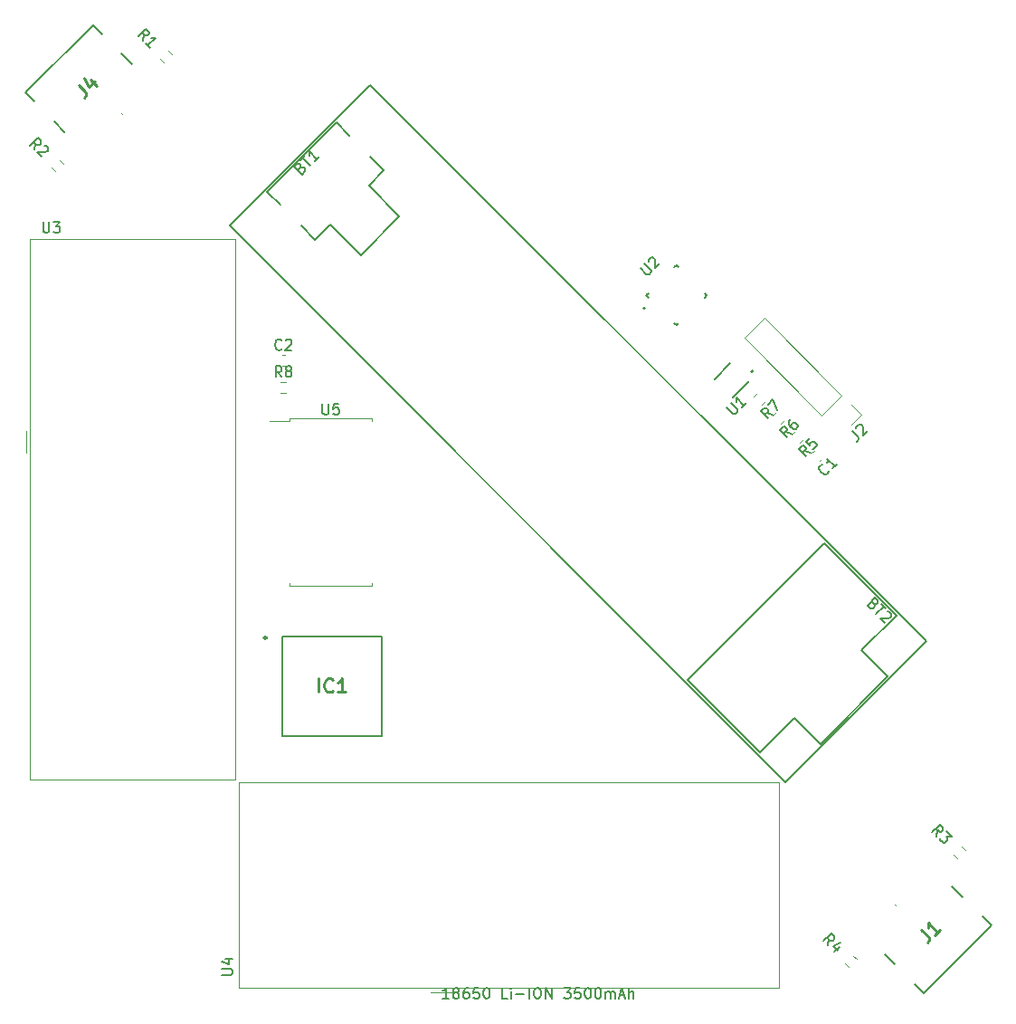
<source format=gbr>
%TF.GenerationSoftware,KiCad,Pcbnew,7.0.10*%
%TF.CreationDate,2025-06-24T15:40:27+02:00*%
%TF.ProjectId,BQ2xxxx,42513278-7878-4782-9e6b-696361645f70,rev?*%
%TF.SameCoordinates,Original*%
%TF.FileFunction,Legend,Top*%
%TF.FilePolarity,Positive*%
%FSLAX46Y46*%
G04 Gerber Fmt 4.6, Leading zero omitted, Abs format (unit mm)*
G04 Created by KiCad (PCBNEW 7.0.10) date 2025-06-24 15:40:27*
%MOMM*%
%LPD*%
G01*
G04 APERTURE LIST*
%ADD10C,0.150000*%
%ADD11C,0.200000*%
%ADD12C,0.254000*%
%ADD13C,0.120000*%
%ADD14C,0.250000*%
%ADD15C,0.127000*%
%ADD16C,0.100000*%
G04 APERTURE END LIST*
D10*
X103975159Y-77275159D02*
X90822973Y-90427345D01*
X38779914Y-38384286D01*
X51932100Y-25232100D01*
X103975159Y-77275159D01*
D11*
X59318482Y-110667219D02*
X58747054Y-110667219D01*
X59032768Y-110667219D02*
X59032768Y-109667219D01*
X59032768Y-109667219D02*
X58937530Y-109810076D01*
X58937530Y-109810076D02*
X58842292Y-109905314D01*
X58842292Y-109905314D02*
X58747054Y-109952933D01*
X59889911Y-110095790D02*
X59794673Y-110048171D01*
X59794673Y-110048171D02*
X59747054Y-110000552D01*
X59747054Y-110000552D02*
X59699435Y-109905314D01*
X59699435Y-109905314D02*
X59699435Y-109857695D01*
X59699435Y-109857695D02*
X59747054Y-109762457D01*
X59747054Y-109762457D02*
X59794673Y-109714838D01*
X59794673Y-109714838D02*
X59889911Y-109667219D01*
X59889911Y-109667219D02*
X60080387Y-109667219D01*
X60080387Y-109667219D02*
X60175625Y-109714838D01*
X60175625Y-109714838D02*
X60223244Y-109762457D01*
X60223244Y-109762457D02*
X60270863Y-109857695D01*
X60270863Y-109857695D02*
X60270863Y-109905314D01*
X60270863Y-109905314D02*
X60223244Y-110000552D01*
X60223244Y-110000552D02*
X60175625Y-110048171D01*
X60175625Y-110048171D02*
X60080387Y-110095790D01*
X60080387Y-110095790D02*
X59889911Y-110095790D01*
X59889911Y-110095790D02*
X59794673Y-110143409D01*
X59794673Y-110143409D02*
X59747054Y-110191028D01*
X59747054Y-110191028D02*
X59699435Y-110286266D01*
X59699435Y-110286266D02*
X59699435Y-110476742D01*
X59699435Y-110476742D02*
X59747054Y-110571980D01*
X59747054Y-110571980D02*
X59794673Y-110619600D01*
X59794673Y-110619600D02*
X59889911Y-110667219D01*
X59889911Y-110667219D02*
X60080387Y-110667219D01*
X60080387Y-110667219D02*
X60175625Y-110619600D01*
X60175625Y-110619600D02*
X60223244Y-110571980D01*
X60223244Y-110571980D02*
X60270863Y-110476742D01*
X60270863Y-110476742D02*
X60270863Y-110286266D01*
X60270863Y-110286266D02*
X60223244Y-110191028D01*
X60223244Y-110191028D02*
X60175625Y-110143409D01*
X60175625Y-110143409D02*
X60080387Y-110095790D01*
X61128006Y-109667219D02*
X60937530Y-109667219D01*
X60937530Y-109667219D02*
X60842292Y-109714838D01*
X60842292Y-109714838D02*
X60794673Y-109762457D01*
X60794673Y-109762457D02*
X60699435Y-109905314D01*
X60699435Y-109905314D02*
X60651816Y-110095790D01*
X60651816Y-110095790D02*
X60651816Y-110476742D01*
X60651816Y-110476742D02*
X60699435Y-110571980D01*
X60699435Y-110571980D02*
X60747054Y-110619600D01*
X60747054Y-110619600D02*
X60842292Y-110667219D01*
X60842292Y-110667219D02*
X61032768Y-110667219D01*
X61032768Y-110667219D02*
X61128006Y-110619600D01*
X61128006Y-110619600D02*
X61175625Y-110571980D01*
X61175625Y-110571980D02*
X61223244Y-110476742D01*
X61223244Y-110476742D02*
X61223244Y-110238647D01*
X61223244Y-110238647D02*
X61175625Y-110143409D01*
X61175625Y-110143409D02*
X61128006Y-110095790D01*
X61128006Y-110095790D02*
X61032768Y-110048171D01*
X61032768Y-110048171D02*
X60842292Y-110048171D01*
X60842292Y-110048171D02*
X60747054Y-110095790D01*
X60747054Y-110095790D02*
X60699435Y-110143409D01*
X60699435Y-110143409D02*
X60651816Y-110238647D01*
X62128006Y-109667219D02*
X61651816Y-109667219D01*
X61651816Y-109667219D02*
X61604197Y-110143409D01*
X61604197Y-110143409D02*
X61651816Y-110095790D01*
X61651816Y-110095790D02*
X61747054Y-110048171D01*
X61747054Y-110048171D02*
X61985149Y-110048171D01*
X61985149Y-110048171D02*
X62080387Y-110095790D01*
X62080387Y-110095790D02*
X62128006Y-110143409D01*
X62128006Y-110143409D02*
X62175625Y-110238647D01*
X62175625Y-110238647D02*
X62175625Y-110476742D01*
X62175625Y-110476742D02*
X62128006Y-110571980D01*
X62128006Y-110571980D02*
X62080387Y-110619600D01*
X62080387Y-110619600D02*
X61985149Y-110667219D01*
X61985149Y-110667219D02*
X61747054Y-110667219D01*
X61747054Y-110667219D02*
X61651816Y-110619600D01*
X61651816Y-110619600D02*
X61604197Y-110571980D01*
X62794673Y-109667219D02*
X62889911Y-109667219D01*
X62889911Y-109667219D02*
X62985149Y-109714838D01*
X62985149Y-109714838D02*
X63032768Y-109762457D01*
X63032768Y-109762457D02*
X63080387Y-109857695D01*
X63080387Y-109857695D02*
X63128006Y-110048171D01*
X63128006Y-110048171D02*
X63128006Y-110286266D01*
X63128006Y-110286266D02*
X63080387Y-110476742D01*
X63080387Y-110476742D02*
X63032768Y-110571980D01*
X63032768Y-110571980D02*
X62985149Y-110619600D01*
X62985149Y-110619600D02*
X62889911Y-110667219D01*
X62889911Y-110667219D02*
X62794673Y-110667219D01*
X62794673Y-110667219D02*
X62699435Y-110619600D01*
X62699435Y-110619600D02*
X62651816Y-110571980D01*
X62651816Y-110571980D02*
X62604197Y-110476742D01*
X62604197Y-110476742D02*
X62556578Y-110286266D01*
X62556578Y-110286266D02*
X62556578Y-110048171D01*
X62556578Y-110048171D02*
X62604197Y-109857695D01*
X62604197Y-109857695D02*
X62651816Y-109762457D01*
X62651816Y-109762457D02*
X62699435Y-109714838D01*
X62699435Y-109714838D02*
X62794673Y-109667219D01*
X64794673Y-110667219D02*
X64318483Y-110667219D01*
X64318483Y-110667219D02*
X64318483Y-109667219D01*
X65128007Y-110667219D02*
X65128007Y-110000552D01*
X65128007Y-109667219D02*
X65080388Y-109714838D01*
X65080388Y-109714838D02*
X65128007Y-109762457D01*
X65128007Y-109762457D02*
X65175626Y-109714838D01*
X65175626Y-109714838D02*
X65128007Y-109667219D01*
X65128007Y-109667219D02*
X65128007Y-109762457D01*
X65604197Y-110286266D02*
X66366102Y-110286266D01*
X66842292Y-110667219D02*
X66842292Y-109667219D01*
X67508958Y-109667219D02*
X67699434Y-109667219D01*
X67699434Y-109667219D02*
X67794672Y-109714838D01*
X67794672Y-109714838D02*
X67889910Y-109810076D01*
X67889910Y-109810076D02*
X67937529Y-110000552D01*
X67937529Y-110000552D02*
X67937529Y-110333885D01*
X67937529Y-110333885D02*
X67889910Y-110524361D01*
X67889910Y-110524361D02*
X67794672Y-110619600D01*
X67794672Y-110619600D02*
X67699434Y-110667219D01*
X67699434Y-110667219D02*
X67508958Y-110667219D01*
X67508958Y-110667219D02*
X67413720Y-110619600D01*
X67413720Y-110619600D02*
X67318482Y-110524361D01*
X67318482Y-110524361D02*
X67270863Y-110333885D01*
X67270863Y-110333885D02*
X67270863Y-110000552D01*
X67270863Y-110000552D02*
X67318482Y-109810076D01*
X67318482Y-109810076D02*
X67413720Y-109714838D01*
X67413720Y-109714838D02*
X67508958Y-109667219D01*
X68366101Y-110667219D02*
X68366101Y-109667219D01*
X68366101Y-109667219D02*
X68937529Y-110667219D01*
X68937529Y-110667219D02*
X68937529Y-109667219D01*
X70080387Y-109667219D02*
X70699434Y-109667219D01*
X70699434Y-109667219D02*
X70366101Y-110048171D01*
X70366101Y-110048171D02*
X70508958Y-110048171D01*
X70508958Y-110048171D02*
X70604196Y-110095790D01*
X70604196Y-110095790D02*
X70651815Y-110143409D01*
X70651815Y-110143409D02*
X70699434Y-110238647D01*
X70699434Y-110238647D02*
X70699434Y-110476742D01*
X70699434Y-110476742D02*
X70651815Y-110571980D01*
X70651815Y-110571980D02*
X70604196Y-110619600D01*
X70604196Y-110619600D02*
X70508958Y-110667219D01*
X70508958Y-110667219D02*
X70223244Y-110667219D01*
X70223244Y-110667219D02*
X70128006Y-110619600D01*
X70128006Y-110619600D02*
X70080387Y-110571980D01*
X71604196Y-109667219D02*
X71128006Y-109667219D01*
X71128006Y-109667219D02*
X71080387Y-110143409D01*
X71080387Y-110143409D02*
X71128006Y-110095790D01*
X71128006Y-110095790D02*
X71223244Y-110048171D01*
X71223244Y-110048171D02*
X71461339Y-110048171D01*
X71461339Y-110048171D02*
X71556577Y-110095790D01*
X71556577Y-110095790D02*
X71604196Y-110143409D01*
X71604196Y-110143409D02*
X71651815Y-110238647D01*
X71651815Y-110238647D02*
X71651815Y-110476742D01*
X71651815Y-110476742D02*
X71604196Y-110571980D01*
X71604196Y-110571980D02*
X71556577Y-110619600D01*
X71556577Y-110619600D02*
X71461339Y-110667219D01*
X71461339Y-110667219D02*
X71223244Y-110667219D01*
X71223244Y-110667219D02*
X71128006Y-110619600D01*
X71128006Y-110619600D02*
X71080387Y-110571980D01*
X72270863Y-109667219D02*
X72366101Y-109667219D01*
X72366101Y-109667219D02*
X72461339Y-109714838D01*
X72461339Y-109714838D02*
X72508958Y-109762457D01*
X72508958Y-109762457D02*
X72556577Y-109857695D01*
X72556577Y-109857695D02*
X72604196Y-110048171D01*
X72604196Y-110048171D02*
X72604196Y-110286266D01*
X72604196Y-110286266D02*
X72556577Y-110476742D01*
X72556577Y-110476742D02*
X72508958Y-110571980D01*
X72508958Y-110571980D02*
X72461339Y-110619600D01*
X72461339Y-110619600D02*
X72366101Y-110667219D01*
X72366101Y-110667219D02*
X72270863Y-110667219D01*
X72270863Y-110667219D02*
X72175625Y-110619600D01*
X72175625Y-110619600D02*
X72128006Y-110571980D01*
X72128006Y-110571980D02*
X72080387Y-110476742D01*
X72080387Y-110476742D02*
X72032768Y-110286266D01*
X72032768Y-110286266D02*
X72032768Y-110048171D01*
X72032768Y-110048171D02*
X72080387Y-109857695D01*
X72080387Y-109857695D02*
X72128006Y-109762457D01*
X72128006Y-109762457D02*
X72175625Y-109714838D01*
X72175625Y-109714838D02*
X72270863Y-109667219D01*
X73223244Y-109667219D02*
X73318482Y-109667219D01*
X73318482Y-109667219D02*
X73413720Y-109714838D01*
X73413720Y-109714838D02*
X73461339Y-109762457D01*
X73461339Y-109762457D02*
X73508958Y-109857695D01*
X73508958Y-109857695D02*
X73556577Y-110048171D01*
X73556577Y-110048171D02*
X73556577Y-110286266D01*
X73556577Y-110286266D02*
X73508958Y-110476742D01*
X73508958Y-110476742D02*
X73461339Y-110571980D01*
X73461339Y-110571980D02*
X73413720Y-110619600D01*
X73413720Y-110619600D02*
X73318482Y-110667219D01*
X73318482Y-110667219D02*
X73223244Y-110667219D01*
X73223244Y-110667219D02*
X73128006Y-110619600D01*
X73128006Y-110619600D02*
X73080387Y-110571980D01*
X73080387Y-110571980D02*
X73032768Y-110476742D01*
X73032768Y-110476742D02*
X72985149Y-110286266D01*
X72985149Y-110286266D02*
X72985149Y-110048171D01*
X72985149Y-110048171D02*
X73032768Y-109857695D01*
X73032768Y-109857695D02*
X73080387Y-109762457D01*
X73080387Y-109762457D02*
X73128006Y-109714838D01*
X73128006Y-109714838D02*
X73223244Y-109667219D01*
X73985149Y-110667219D02*
X73985149Y-110000552D01*
X73985149Y-110095790D02*
X74032768Y-110048171D01*
X74032768Y-110048171D02*
X74128006Y-110000552D01*
X74128006Y-110000552D02*
X74270863Y-110000552D01*
X74270863Y-110000552D02*
X74366101Y-110048171D01*
X74366101Y-110048171D02*
X74413720Y-110143409D01*
X74413720Y-110143409D02*
X74413720Y-110667219D01*
X74413720Y-110143409D02*
X74461339Y-110048171D01*
X74461339Y-110048171D02*
X74556577Y-110000552D01*
X74556577Y-110000552D02*
X74699434Y-110000552D01*
X74699434Y-110000552D02*
X74794673Y-110048171D01*
X74794673Y-110048171D02*
X74842292Y-110143409D01*
X74842292Y-110143409D02*
X74842292Y-110667219D01*
X75270863Y-110381504D02*
X75747053Y-110381504D01*
X75175625Y-110667219D02*
X75508958Y-109667219D01*
X75508958Y-109667219D02*
X75842291Y-110667219D01*
X76175625Y-110667219D02*
X76175625Y-109667219D01*
X76604196Y-110667219D02*
X76604196Y-110143409D01*
X76604196Y-110143409D02*
X76556577Y-110048171D01*
X76556577Y-110048171D02*
X76461339Y-110000552D01*
X76461339Y-110000552D02*
X76318482Y-110000552D01*
X76318482Y-110000552D02*
X76223244Y-110048171D01*
X76223244Y-110048171D02*
X76175625Y-110095790D01*
D10*
X104957973Y-95518846D02*
X105058988Y-94946427D01*
X104553912Y-95114785D02*
X105261019Y-94407679D01*
X105261019Y-94407679D02*
X105530393Y-94677053D01*
X105530393Y-94677053D02*
X105564065Y-94778068D01*
X105564065Y-94778068D02*
X105564065Y-94845411D01*
X105564065Y-94845411D02*
X105530393Y-94946427D01*
X105530393Y-94946427D02*
X105429378Y-95047442D01*
X105429378Y-95047442D02*
X105328362Y-95081114D01*
X105328362Y-95081114D02*
X105261019Y-95081114D01*
X105261019Y-95081114D02*
X105160004Y-95047442D01*
X105160004Y-95047442D02*
X104890630Y-94778068D01*
X105900782Y-95047442D02*
X106338515Y-95485175D01*
X106338515Y-95485175D02*
X105833439Y-95518846D01*
X105833439Y-95518846D02*
X105934454Y-95619862D01*
X105934454Y-95619862D02*
X105968126Y-95720877D01*
X105968126Y-95720877D02*
X105968126Y-95788220D01*
X105968126Y-95788220D02*
X105934454Y-95889236D01*
X105934454Y-95889236D02*
X105766095Y-96057594D01*
X105766095Y-96057594D02*
X105665080Y-96091266D01*
X105665080Y-96091266D02*
X105597736Y-96091266D01*
X105597736Y-96091266D02*
X105496721Y-96057594D01*
X105496721Y-96057594D02*
X105294691Y-95855564D01*
X105294691Y-95855564D02*
X105261019Y-95754549D01*
X105261019Y-95754549D02*
X105261019Y-95687205D01*
X94775635Y-105701184D02*
X94876650Y-105128765D01*
X94371574Y-105297123D02*
X95078681Y-104590017D01*
X95078681Y-104590017D02*
X95348055Y-104859391D01*
X95348055Y-104859391D02*
X95381727Y-104960406D01*
X95381727Y-104960406D02*
X95381727Y-105027749D01*
X95381727Y-105027749D02*
X95348055Y-105128765D01*
X95348055Y-105128765D02*
X95247040Y-105229780D01*
X95247040Y-105229780D02*
X95146024Y-105263452D01*
X95146024Y-105263452D02*
X95078681Y-105263452D01*
X95078681Y-105263452D02*
X94977666Y-105229780D01*
X94977666Y-105229780D02*
X94708292Y-104960406D01*
X95853131Y-105835871D02*
X95381727Y-106307276D01*
X95954146Y-105398139D02*
X95280711Y-105734856D01*
X95280711Y-105734856D02*
X95718444Y-106172589D01*
X38054819Y-108461904D02*
X38864342Y-108461904D01*
X38864342Y-108461904D02*
X38959580Y-108414285D01*
X38959580Y-108414285D02*
X39007200Y-108366666D01*
X39007200Y-108366666D02*
X39054819Y-108271428D01*
X39054819Y-108271428D02*
X39054819Y-108080952D01*
X39054819Y-108080952D02*
X39007200Y-107985714D01*
X39007200Y-107985714D02*
X38959580Y-107938095D01*
X38959580Y-107938095D02*
X38864342Y-107890476D01*
X38864342Y-107890476D02*
X38054819Y-107890476D01*
X38388152Y-106985714D02*
X39054819Y-106985714D01*
X38007200Y-107223809D02*
X38721485Y-107461904D01*
X38721485Y-107461904D02*
X38721485Y-106842857D01*
X94875695Y-61299300D02*
X94875695Y-61366644D01*
X94875695Y-61366644D02*
X94808351Y-61501331D01*
X94808351Y-61501331D02*
X94741008Y-61568674D01*
X94741008Y-61568674D02*
X94606321Y-61636018D01*
X94606321Y-61636018D02*
X94471634Y-61636018D01*
X94471634Y-61636018D02*
X94370619Y-61602346D01*
X94370619Y-61602346D02*
X94202260Y-61501331D01*
X94202260Y-61501331D02*
X94101245Y-61400316D01*
X94101245Y-61400316D02*
X94000229Y-61231957D01*
X94000229Y-61231957D02*
X93966558Y-61130942D01*
X93966558Y-61130942D02*
X93966558Y-60996255D01*
X93966558Y-60996255D02*
X94033901Y-60861568D01*
X94033901Y-60861568D02*
X94101245Y-60794224D01*
X94101245Y-60794224D02*
X94235932Y-60726881D01*
X94235932Y-60726881D02*
X94303275Y-60726881D01*
X95616473Y-60693209D02*
X95212412Y-61097270D01*
X95414443Y-60895239D02*
X94707336Y-60188133D01*
X94707336Y-60188133D02*
X94741008Y-60356491D01*
X94741008Y-60356491D02*
X94741008Y-60491178D01*
X94741008Y-60491178D02*
X94707336Y-60592194D01*
D12*
X47110237Y-82012318D02*
X47110237Y-80742318D01*
X48440714Y-81891365D02*
X48380238Y-81951842D01*
X48380238Y-81951842D02*
X48198809Y-82012318D01*
X48198809Y-82012318D02*
X48077857Y-82012318D01*
X48077857Y-82012318D02*
X47896428Y-81951842D01*
X47896428Y-81951842D02*
X47775476Y-81830889D01*
X47775476Y-81830889D02*
X47714999Y-81709937D01*
X47714999Y-81709937D02*
X47654523Y-81468032D01*
X47654523Y-81468032D02*
X47654523Y-81286603D01*
X47654523Y-81286603D02*
X47714999Y-81044699D01*
X47714999Y-81044699D02*
X47775476Y-80923746D01*
X47775476Y-80923746D02*
X47896428Y-80802794D01*
X47896428Y-80802794D02*
X48077857Y-80742318D01*
X48077857Y-80742318D02*
X48198809Y-80742318D01*
X48198809Y-80742318D02*
X48380238Y-80802794D01*
X48380238Y-80802794D02*
X48440714Y-80863270D01*
X49650238Y-82012318D02*
X48924523Y-82012318D01*
X49287380Y-82012318D02*
X49287380Y-80742318D01*
X49287380Y-80742318D02*
X49166428Y-80923746D01*
X49166428Y-80923746D02*
X49045476Y-81044699D01*
X49045476Y-81044699D02*
X48924523Y-81105175D01*
D10*
X77215018Y-42359169D02*
X77787438Y-42931589D01*
X77787438Y-42931589D02*
X77888453Y-42965261D01*
X77888453Y-42965261D02*
X77955797Y-42965261D01*
X77955797Y-42965261D02*
X78056812Y-42931589D01*
X78056812Y-42931589D02*
X78191499Y-42796902D01*
X78191499Y-42796902D02*
X78225171Y-42695887D01*
X78225171Y-42695887D02*
X78225171Y-42628543D01*
X78225171Y-42628543D02*
X78191499Y-42527528D01*
X78191499Y-42527528D02*
X77619079Y-41955108D01*
X77989469Y-41719406D02*
X77989469Y-41652063D01*
X77989469Y-41652063D02*
X78023140Y-41551047D01*
X78023140Y-41551047D02*
X78191499Y-41382689D01*
X78191499Y-41382689D02*
X78292514Y-41349017D01*
X78292514Y-41349017D02*
X78359858Y-41349017D01*
X78359858Y-41349017D02*
X78460873Y-41382689D01*
X78460873Y-41382689D02*
X78528217Y-41450032D01*
X78528217Y-41450032D02*
X78595560Y-41584719D01*
X78595560Y-41584719D02*
X78595560Y-42392841D01*
X78595560Y-42392841D02*
X79033293Y-41955108D01*
X91393362Y-57816968D02*
X90820943Y-57715953D01*
X90989301Y-58221029D02*
X90282195Y-57513922D01*
X90282195Y-57513922D02*
X90551569Y-57244548D01*
X90551569Y-57244548D02*
X90652584Y-57210876D01*
X90652584Y-57210876D02*
X90719927Y-57210876D01*
X90719927Y-57210876D02*
X90820943Y-57244548D01*
X90820943Y-57244548D02*
X90921958Y-57345563D01*
X90921958Y-57345563D02*
X90955630Y-57446579D01*
X90955630Y-57446579D02*
X90955630Y-57513922D01*
X90955630Y-57513922D02*
X90921958Y-57614937D01*
X90921958Y-57614937D02*
X90652584Y-57884311D01*
X91292347Y-56503770D02*
X91157660Y-56638457D01*
X91157660Y-56638457D02*
X91123988Y-56739472D01*
X91123988Y-56739472D02*
X91123988Y-56806815D01*
X91123988Y-56806815D02*
X91157660Y-56975174D01*
X91157660Y-56975174D02*
X91258675Y-57143533D01*
X91258675Y-57143533D02*
X91528049Y-57412907D01*
X91528049Y-57412907D02*
X91629065Y-57446579D01*
X91629065Y-57446579D02*
X91696408Y-57446579D01*
X91696408Y-57446579D02*
X91797423Y-57412907D01*
X91797423Y-57412907D02*
X91932110Y-57278220D01*
X91932110Y-57278220D02*
X91965782Y-57177205D01*
X91965782Y-57177205D02*
X91965782Y-57109861D01*
X91965782Y-57109861D02*
X91932110Y-57008846D01*
X91932110Y-57008846D02*
X91763752Y-56840487D01*
X91763752Y-56840487D02*
X91662736Y-56806815D01*
X91662736Y-56806815D02*
X91595393Y-56806815D01*
X91595393Y-56806815D02*
X91494378Y-56840487D01*
X91494378Y-56840487D02*
X91359691Y-56975174D01*
X91359691Y-56975174D02*
X91326019Y-57076189D01*
X91326019Y-57076189D02*
X91326019Y-57143533D01*
X91326019Y-57143533D02*
X91359691Y-57244548D01*
X21338095Y-38054819D02*
X21338095Y-38864342D01*
X21338095Y-38864342D02*
X21385714Y-38959580D01*
X21385714Y-38959580D02*
X21433333Y-39007200D01*
X21433333Y-39007200D02*
X21528571Y-39054819D01*
X21528571Y-39054819D02*
X21719047Y-39054819D01*
X21719047Y-39054819D02*
X21814285Y-39007200D01*
X21814285Y-39007200D02*
X21861904Y-38959580D01*
X21861904Y-38959580D02*
X21909523Y-38864342D01*
X21909523Y-38864342D02*
X21909523Y-38054819D01*
X22290476Y-38054819D02*
X22909523Y-38054819D01*
X22909523Y-38054819D02*
X22576190Y-38435771D01*
X22576190Y-38435771D02*
X22719047Y-38435771D01*
X22719047Y-38435771D02*
X22814285Y-38483390D01*
X22814285Y-38483390D02*
X22861904Y-38531009D01*
X22861904Y-38531009D02*
X22909523Y-38626247D01*
X22909523Y-38626247D02*
X22909523Y-38864342D01*
X22909523Y-38864342D02*
X22861904Y-38959580D01*
X22861904Y-38959580D02*
X22814285Y-39007200D01*
X22814285Y-39007200D02*
X22719047Y-39054819D01*
X22719047Y-39054819D02*
X22433333Y-39054819D01*
X22433333Y-39054819D02*
X22338095Y-39007200D01*
X22338095Y-39007200D02*
X22290476Y-38959580D01*
X43658333Y-52534819D02*
X43325000Y-52058628D01*
X43086905Y-52534819D02*
X43086905Y-51534819D01*
X43086905Y-51534819D02*
X43467857Y-51534819D01*
X43467857Y-51534819D02*
X43563095Y-51582438D01*
X43563095Y-51582438D02*
X43610714Y-51630057D01*
X43610714Y-51630057D02*
X43658333Y-51725295D01*
X43658333Y-51725295D02*
X43658333Y-51868152D01*
X43658333Y-51868152D02*
X43610714Y-51963390D01*
X43610714Y-51963390D02*
X43563095Y-52011009D01*
X43563095Y-52011009D02*
X43467857Y-52058628D01*
X43467857Y-52058628D02*
X43086905Y-52058628D01*
X44229762Y-51963390D02*
X44134524Y-51915771D01*
X44134524Y-51915771D02*
X44086905Y-51868152D01*
X44086905Y-51868152D02*
X44039286Y-51772914D01*
X44039286Y-51772914D02*
X44039286Y-51725295D01*
X44039286Y-51725295D02*
X44086905Y-51630057D01*
X44086905Y-51630057D02*
X44134524Y-51582438D01*
X44134524Y-51582438D02*
X44229762Y-51534819D01*
X44229762Y-51534819D02*
X44420238Y-51534819D01*
X44420238Y-51534819D02*
X44515476Y-51582438D01*
X44515476Y-51582438D02*
X44563095Y-51630057D01*
X44563095Y-51630057D02*
X44610714Y-51725295D01*
X44610714Y-51725295D02*
X44610714Y-51772914D01*
X44610714Y-51772914D02*
X44563095Y-51868152D01*
X44563095Y-51868152D02*
X44515476Y-51915771D01*
X44515476Y-51915771D02*
X44420238Y-51963390D01*
X44420238Y-51963390D02*
X44229762Y-51963390D01*
X44229762Y-51963390D02*
X44134524Y-52011009D01*
X44134524Y-52011009D02*
X44086905Y-52058628D01*
X44086905Y-52058628D02*
X44039286Y-52153866D01*
X44039286Y-52153866D02*
X44039286Y-52344342D01*
X44039286Y-52344342D02*
X44086905Y-52439580D01*
X44086905Y-52439580D02*
X44134524Y-52487200D01*
X44134524Y-52487200D02*
X44229762Y-52534819D01*
X44229762Y-52534819D02*
X44420238Y-52534819D01*
X44420238Y-52534819D02*
X44515476Y-52487200D01*
X44515476Y-52487200D02*
X44563095Y-52439580D01*
X44563095Y-52439580D02*
X44610714Y-52344342D01*
X44610714Y-52344342D02*
X44610714Y-52153866D01*
X44610714Y-52153866D02*
X44563095Y-52058628D01*
X44563095Y-52058628D02*
X44515476Y-52011009D01*
X44515476Y-52011009D02*
X44420238Y-51963390D01*
X43658333Y-49929580D02*
X43610714Y-49977200D01*
X43610714Y-49977200D02*
X43467857Y-50024819D01*
X43467857Y-50024819D02*
X43372619Y-50024819D01*
X43372619Y-50024819D02*
X43229762Y-49977200D01*
X43229762Y-49977200D02*
X43134524Y-49881961D01*
X43134524Y-49881961D02*
X43086905Y-49786723D01*
X43086905Y-49786723D02*
X43039286Y-49596247D01*
X43039286Y-49596247D02*
X43039286Y-49453390D01*
X43039286Y-49453390D02*
X43086905Y-49262914D01*
X43086905Y-49262914D02*
X43134524Y-49167676D01*
X43134524Y-49167676D02*
X43229762Y-49072438D01*
X43229762Y-49072438D02*
X43372619Y-49024819D01*
X43372619Y-49024819D02*
X43467857Y-49024819D01*
X43467857Y-49024819D02*
X43610714Y-49072438D01*
X43610714Y-49072438D02*
X43658333Y-49120057D01*
X44039286Y-49120057D02*
X44086905Y-49072438D01*
X44086905Y-49072438D02*
X44182143Y-49024819D01*
X44182143Y-49024819D02*
X44420238Y-49024819D01*
X44420238Y-49024819D02*
X44515476Y-49072438D01*
X44515476Y-49072438D02*
X44563095Y-49120057D01*
X44563095Y-49120057D02*
X44610714Y-49215295D01*
X44610714Y-49215295D02*
X44610714Y-49310533D01*
X44610714Y-49310533D02*
X44563095Y-49453390D01*
X44563095Y-49453390D02*
X43991667Y-50024819D01*
X43991667Y-50024819D02*
X44610714Y-50024819D01*
X89618524Y-56042130D02*
X89046105Y-55941115D01*
X89214463Y-56446191D02*
X88507357Y-55739084D01*
X88507357Y-55739084D02*
X88776731Y-55469710D01*
X88776731Y-55469710D02*
X88877746Y-55436038D01*
X88877746Y-55436038D02*
X88945089Y-55436038D01*
X88945089Y-55436038D02*
X89046105Y-55469710D01*
X89046105Y-55469710D02*
X89147120Y-55570725D01*
X89147120Y-55570725D02*
X89180792Y-55671741D01*
X89180792Y-55671741D02*
X89180792Y-55739084D01*
X89180792Y-55739084D02*
X89147120Y-55840099D01*
X89147120Y-55840099D02*
X88877746Y-56109473D01*
X89147120Y-55099321D02*
X89618524Y-54627916D01*
X89618524Y-54627916D02*
X90022585Y-55638069D01*
X99084296Y-73771654D02*
X99151640Y-73906341D01*
X99151640Y-73906341D02*
X99151640Y-73973684D01*
X99151640Y-73973684D02*
X99117968Y-74074700D01*
X99117968Y-74074700D02*
X99016953Y-74175715D01*
X99016953Y-74175715D02*
X98915937Y-74209387D01*
X98915937Y-74209387D02*
X98848594Y-74209387D01*
X98848594Y-74209387D02*
X98747579Y-74175715D01*
X98747579Y-74175715D02*
X98478205Y-73906341D01*
X98478205Y-73906341D02*
X99185311Y-73199234D01*
X99185311Y-73199234D02*
X99421014Y-73434936D01*
X99421014Y-73434936D02*
X99454685Y-73535952D01*
X99454685Y-73535952D02*
X99454685Y-73603295D01*
X99454685Y-73603295D02*
X99421014Y-73704310D01*
X99421014Y-73704310D02*
X99353670Y-73771654D01*
X99353670Y-73771654D02*
X99252655Y-73805326D01*
X99252655Y-73805326D02*
X99185311Y-73805326D01*
X99185311Y-73805326D02*
X99084296Y-73771654D01*
X99084296Y-73771654D02*
X98848594Y-73535952D01*
X99791403Y-73805326D02*
X100195464Y-74209387D01*
X99286327Y-74714463D02*
X99993433Y-74007356D01*
X100330151Y-74478761D02*
X100397495Y-74478761D01*
X100397495Y-74478761D02*
X100498510Y-74512433D01*
X100498510Y-74512433D02*
X100666869Y-74680791D01*
X100666869Y-74680791D02*
X100700540Y-74781807D01*
X100700540Y-74781807D02*
X100700540Y-74849150D01*
X100700540Y-74849150D02*
X100666869Y-74950165D01*
X100666869Y-74950165D02*
X100599525Y-75017509D01*
X100599525Y-75017509D02*
X100464838Y-75084852D01*
X100464838Y-75084852D02*
X99656716Y-75084852D01*
X99656716Y-75084852D02*
X100094449Y-75522585D01*
X85309954Y-55410851D02*
X85882374Y-55983271D01*
X85882374Y-55983271D02*
X85983389Y-56016943D01*
X85983389Y-56016943D02*
X86050733Y-56016943D01*
X86050733Y-56016943D02*
X86151748Y-55983271D01*
X86151748Y-55983271D02*
X86286435Y-55848584D01*
X86286435Y-55848584D02*
X86320107Y-55747569D01*
X86320107Y-55747569D02*
X86320107Y-55680225D01*
X86320107Y-55680225D02*
X86286435Y-55579210D01*
X86286435Y-55579210D02*
X85714015Y-55006790D01*
X87128229Y-55006790D02*
X86724168Y-55410851D01*
X86926198Y-55208821D02*
X86219092Y-54501714D01*
X86219092Y-54501714D02*
X86252763Y-54670073D01*
X86252763Y-54670073D02*
X86252763Y-54804760D01*
X86252763Y-54804760D02*
X86219092Y-54905775D01*
X45423391Y-32986745D02*
X45558078Y-32919401D01*
X45558078Y-32919401D02*
X45625421Y-32919401D01*
X45625421Y-32919401D02*
X45726437Y-32953073D01*
X45726437Y-32953073D02*
X45827452Y-33054088D01*
X45827452Y-33054088D02*
X45861124Y-33155104D01*
X45861124Y-33155104D02*
X45861124Y-33222447D01*
X45861124Y-33222447D02*
X45827452Y-33323462D01*
X45827452Y-33323462D02*
X45558078Y-33592836D01*
X45558078Y-33592836D02*
X44850971Y-32885730D01*
X44850971Y-32885730D02*
X45086673Y-32650027D01*
X45086673Y-32650027D02*
X45187689Y-32616356D01*
X45187689Y-32616356D02*
X45255032Y-32616356D01*
X45255032Y-32616356D02*
X45356047Y-32650027D01*
X45356047Y-32650027D02*
X45423391Y-32717371D01*
X45423391Y-32717371D02*
X45457063Y-32818386D01*
X45457063Y-32818386D02*
X45457063Y-32885730D01*
X45457063Y-32885730D02*
X45423391Y-32986745D01*
X45423391Y-32986745D02*
X45187689Y-33222447D01*
X45457063Y-32279638D02*
X45861124Y-31875577D01*
X46366200Y-32784714D02*
X45659093Y-32077608D01*
X47174322Y-31976592D02*
X46770261Y-32380653D01*
X46972292Y-32178623D02*
X46265185Y-31471516D01*
X46265185Y-31471516D02*
X46298857Y-31639875D01*
X46298857Y-31639875D02*
X46298857Y-31774562D01*
X46298857Y-31774562D02*
X46265185Y-31875577D01*
X20519001Y-31294548D02*
X20620016Y-30722129D01*
X20114940Y-30890487D02*
X20822047Y-30183381D01*
X20822047Y-30183381D02*
X21091421Y-30452755D01*
X21091421Y-30452755D02*
X21125093Y-30553770D01*
X21125093Y-30553770D02*
X21125093Y-30621113D01*
X21125093Y-30621113D02*
X21091421Y-30722129D01*
X21091421Y-30722129D02*
X20990406Y-30823144D01*
X20990406Y-30823144D02*
X20889390Y-30856816D01*
X20889390Y-30856816D02*
X20822047Y-30856816D01*
X20822047Y-30856816D02*
X20721032Y-30823144D01*
X20721032Y-30823144D02*
X20451658Y-30553770D01*
X21428138Y-30924159D02*
X21495482Y-30924159D01*
X21495482Y-30924159D02*
X21596497Y-30957831D01*
X21596497Y-30957831D02*
X21764856Y-31126190D01*
X21764856Y-31126190D02*
X21798528Y-31227205D01*
X21798528Y-31227205D02*
X21798528Y-31294548D01*
X21798528Y-31294548D02*
X21764856Y-31395564D01*
X21764856Y-31395564D02*
X21697512Y-31462907D01*
X21697512Y-31462907D02*
X21562825Y-31530251D01*
X21562825Y-31530251D02*
X20754703Y-31530251D01*
X20754703Y-31530251D02*
X21192436Y-31967983D01*
D12*
X24630453Y-25235704D02*
X25271899Y-25877151D01*
X25271899Y-25877151D02*
X25357426Y-26048203D01*
X25357426Y-26048203D02*
X25357426Y-26219256D01*
X25357426Y-26219256D02*
X25271899Y-26390308D01*
X25271899Y-26390308D02*
X25186373Y-26475834D01*
X25742294Y-24722546D02*
X26340978Y-25321230D01*
X25186373Y-24594257D02*
X25614004Y-25449519D01*
X25614004Y-25449519D02*
X26169925Y-24893599D01*
D10*
X47488095Y-55049819D02*
X47488095Y-55859342D01*
X47488095Y-55859342D02*
X47535714Y-55954580D01*
X47535714Y-55954580D02*
X47583333Y-56002200D01*
X47583333Y-56002200D02*
X47678571Y-56049819D01*
X47678571Y-56049819D02*
X47869047Y-56049819D01*
X47869047Y-56049819D02*
X47964285Y-56002200D01*
X47964285Y-56002200D02*
X48011904Y-55954580D01*
X48011904Y-55954580D02*
X48059523Y-55859342D01*
X48059523Y-55859342D02*
X48059523Y-55049819D01*
X49011904Y-55049819D02*
X48535714Y-55049819D01*
X48535714Y-55049819D02*
X48488095Y-55526009D01*
X48488095Y-55526009D02*
X48535714Y-55478390D01*
X48535714Y-55478390D02*
X48630952Y-55430771D01*
X48630952Y-55430771D02*
X48869047Y-55430771D01*
X48869047Y-55430771D02*
X48964285Y-55478390D01*
X48964285Y-55478390D02*
X49011904Y-55526009D01*
X49011904Y-55526009D02*
X49059523Y-55621247D01*
X49059523Y-55621247D02*
X49059523Y-55859342D01*
X49059523Y-55859342D02*
X49011904Y-55954580D01*
X49011904Y-55954580D02*
X48964285Y-56002200D01*
X48964285Y-56002200D02*
X48869047Y-56049819D01*
X48869047Y-56049819D02*
X48630952Y-56049819D01*
X48630952Y-56049819D02*
X48535714Y-56002200D01*
X48535714Y-56002200D02*
X48488095Y-55954580D01*
X93168200Y-59591806D02*
X92595781Y-59490791D01*
X92764139Y-59995867D02*
X92057033Y-59288760D01*
X92057033Y-59288760D02*
X92326407Y-59019386D01*
X92326407Y-59019386D02*
X92427422Y-58985714D01*
X92427422Y-58985714D02*
X92494765Y-58985714D01*
X92494765Y-58985714D02*
X92595781Y-59019386D01*
X92595781Y-59019386D02*
X92696796Y-59120401D01*
X92696796Y-59120401D02*
X92730468Y-59221417D01*
X92730468Y-59221417D02*
X92730468Y-59288760D01*
X92730468Y-59288760D02*
X92696796Y-59389775D01*
X92696796Y-59389775D02*
X92427422Y-59659149D01*
X93100857Y-58244936D02*
X92764139Y-58581653D01*
X92764139Y-58581653D02*
X93067185Y-58952043D01*
X93067185Y-58952043D02*
X93067185Y-58884699D01*
X93067185Y-58884699D02*
X93100857Y-58783684D01*
X93100857Y-58783684D02*
X93269216Y-58615325D01*
X93269216Y-58615325D02*
X93370231Y-58581653D01*
X93370231Y-58581653D02*
X93437574Y-58581653D01*
X93437574Y-58581653D02*
X93538590Y-58615325D01*
X93538590Y-58615325D02*
X93706948Y-58783684D01*
X93706948Y-58783684D02*
X93740620Y-58884699D01*
X93740620Y-58884699D02*
X93740620Y-58952043D01*
X93740620Y-58952043D02*
X93706948Y-59053058D01*
X93706948Y-59053058D02*
X93538590Y-59221417D01*
X93538590Y-59221417D02*
X93437574Y-59255088D01*
X93437574Y-59255088D02*
X93370231Y-59255088D01*
D12*
X103508737Y-104207420D02*
X104150183Y-104848867D01*
X104150183Y-104848867D02*
X104235710Y-105019919D01*
X104235710Y-105019919D02*
X104235710Y-105190972D01*
X104235710Y-105190972D02*
X104150183Y-105362024D01*
X104150183Y-105362024D02*
X104064657Y-105447550D01*
X105304788Y-104207420D02*
X104791630Y-104720577D01*
X105048209Y-104463999D02*
X104150183Y-103565973D01*
X104150183Y-103565973D02*
X104192947Y-103779789D01*
X104192947Y-103779789D02*
X104192947Y-103950841D01*
X104192947Y-103950841D02*
X104150183Y-104079130D01*
D10*
X30658912Y-21069784D02*
X30759927Y-20497365D01*
X30254851Y-20665723D02*
X30961958Y-19958617D01*
X30961958Y-19958617D02*
X31231332Y-20227991D01*
X31231332Y-20227991D02*
X31265004Y-20329006D01*
X31265004Y-20329006D02*
X31265004Y-20396349D01*
X31265004Y-20396349D02*
X31231332Y-20497365D01*
X31231332Y-20497365D02*
X31130317Y-20598380D01*
X31130317Y-20598380D02*
X31029301Y-20632052D01*
X31029301Y-20632052D02*
X30961958Y-20632052D01*
X30961958Y-20632052D02*
X30860943Y-20598380D01*
X30860943Y-20598380D02*
X30591569Y-20329006D01*
X31332347Y-21743219D02*
X30928286Y-21339158D01*
X31130317Y-21541189D02*
X31837423Y-20834082D01*
X31837423Y-20834082D02*
X31669065Y-20867754D01*
X31669065Y-20867754D02*
X31534378Y-20867754D01*
X31534378Y-20867754D02*
X31433362Y-20834082D01*
X97059644Y-57595407D02*
X97564720Y-58100483D01*
X97564720Y-58100483D02*
X97632064Y-58235170D01*
X97632064Y-58235170D02*
X97632064Y-58369857D01*
X97632064Y-58369857D02*
X97564720Y-58504544D01*
X97564720Y-58504544D02*
X97497377Y-58571888D01*
X97430033Y-57359704D02*
X97430033Y-57292361D01*
X97430033Y-57292361D02*
X97463705Y-57191346D01*
X97463705Y-57191346D02*
X97632064Y-57022987D01*
X97632064Y-57022987D02*
X97733079Y-56989315D01*
X97733079Y-56989315D02*
X97800423Y-56989315D01*
X97800423Y-56989315D02*
X97901438Y-57022987D01*
X97901438Y-57022987D02*
X97968781Y-57090330D01*
X97968781Y-57090330D02*
X98036125Y-57225017D01*
X98036125Y-57225017D02*
X98036125Y-58033139D01*
X98036125Y-58033139D02*
X98473858Y-57595407D01*
D13*
%TO.C,R3*%
X107296183Y-96474918D02*
X107631716Y-96810451D01*
X106557256Y-97213845D02*
X106892789Y-97549378D01*
%TO.C,R4*%
X97113845Y-106657256D02*
X97449378Y-106992789D01*
X96374918Y-107396183D02*
X96710451Y-107731716D01*
%TO.C,U4*%
X57600000Y-110080000D02*
X59600000Y-110080000D01*
X39680000Y-109700000D02*
X90220000Y-109700000D01*
X39680000Y-109700000D02*
X39680000Y-90460000D01*
X90220000Y-109700000D02*
X90220000Y-90460000D01*
X90220000Y-90460000D02*
X39680000Y-90460000D01*
%TO.C,C1*%
X94188151Y-60177244D02*
X93989340Y-60376055D01*
X93466902Y-59455995D02*
X93268091Y-59654806D01*
D11*
%TO.C,IC1*%
X43700000Y-76788000D02*
X53000000Y-76788000D01*
X43700000Y-86088000D02*
X43700000Y-76788000D01*
X53000000Y-76788000D02*
X53000000Y-86088000D01*
X53000000Y-86088000D02*
X43700000Y-86088000D01*
D14*
X42250000Y-76938000D02*
G75*
G03*
X42000000Y-76938000I-125000J0D01*
G01*
X42000000Y-76938000D02*
G75*
G03*
X42250000Y-76938000I125000J0D01*
G01*
D15*
%TO.C,U2*%
X77771573Y-44900000D02*
X77980169Y-45108597D01*
X77771573Y-44900000D02*
X77980169Y-44691403D01*
X80600000Y-47728427D02*
X80391403Y-47519831D01*
X80600000Y-47728427D02*
X80808597Y-47519831D01*
X80600000Y-42071573D02*
X80391403Y-42280169D01*
X80600000Y-42071573D02*
X80808597Y-42280169D01*
X83428427Y-44900000D02*
X83219831Y-45108597D01*
X83428427Y-44900000D02*
X83219831Y-44691403D01*
D11*
X77712474Y-46119759D02*
G75*
G03*
X77512474Y-46119759I-100000J0D01*
G01*
X77512474Y-46119759D02*
G75*
G03*
X77712474Y-46119759I100000J0D01*
G01*
D13*
%TO.C,R6*%
X90715675Y-56568046D02*
X90380142Y-56903579D01*
X89976748Y-55829119D02*
X89641215Y-56164652D01*
%TO.C,U3*%
X19720000Y-57600000D02*
X19720000Y-59600000D01*
X20100000Y-39680000D02*
X20100000Y-90220000D01*
X20100000Y-39680000D02*
X39340000Y-39680000D01*
X20100000Y-90220000D02*
X39340000Y-90220000D01*
X39340000Y-90220000D02*
X39340000Y-39680000D01*
%TO.C,R8*%
X43587742Y-52987500D02*
X44062258Y-52987500D01*
X43587742Y-54032500D02*
X44062258Y-54032500D01*
%TO.C,C2*%
X43684420Y-50490000D02*
X43965580Y-50490000D01*
X43684420Y-51510000D02*
X43965580Y-51510000D01*
%TO.C,R7*%
X88940837Y-54793208D02*
X88605304Y-55128741D01*
X88201910Y-54054281D02*
X87866377Y-54389814D01*
D15*
%TO.C,BT2*%
X94464573Y-68118127D02*
X101196230Y-74849783D01*
X81665941Y-80916759D02*
X94464573Y-68118127D01*
X101196230Y-74849783D02*
X97940003Y-78106010D01*
X97940003Y-78106010D02*
X100400735Y-80566741D01*
X91653824Y-84392189D02*
X88397597Y-87648416D01*
X88397597Y-87648416D02*
X81665941Y-80916759D01*
X100400735Y-80566741D02*
X94114555Y-86852921D01*
X94114555Y-86852921D02*
X91653824Y-84392189D01*
%TO.C,U1*%
X87367696Y-52975772D02*
X85882772Y-54460696D01*
X85663568Y-51271644D02*
X84178644Y-52756568D01*
D11*
X87778823Y-52021177D02*
G75*
G03*
X87578823Y-52021177I-100000J0D01*
G01*
X87578823Y-52021177D02*
G75*
G03*
X87778823Y-52021177I100000J0D01*
G01*
D15*
%TO.C,BT1*%
X42304842Y-35212912D02*
X43556421Y-36464491D01*
X45493893Y-38401964D02*
X46787899Y-39695969D01*
X46787899Y-39695969D02*
X48223325Y-38260543D01*
X48223325Y-38260543D02*
X51094179Y-41131396D01*
X51094179Y-41131396D02*
X54679210Y-37546365D01*
X51808357Y-34675511D02*
X53243783Y-33240085D01*
X54679210Y-37546365D02*
X51808357Y-34675511D01*
X48760726Y-28757028D02*
X42304842Y-35212912D01*
X50012305Y-30008607D02*
X48760726Y-28757028D01*
X53243783Y-33240085D02*
X51949778Y-31946079D01*
D13*
%TO.C,R2*%
X22857211Y-32250620D02*
X23192744Y-32586153D01*
X22118284Y-32989547D02*
X22453817Y-33325080D01*
D11*
%TO.C,J4*%
X29670013Y-23298479D02*
X28680064Y-22308529D01*
X26841586Y-20470052D02*
X25993058Y-19621523D01*
X25993058Y-19621523D02*
X19671523Y-25943058D01*
D16*
X28701277Y-27944170D02*
X28701277Y-27944170D01*
X28630566Y-27873460D02*
X28630566Y-27873460D01*
D11*
X22358529Y-28630064D02*
X23348479Y-29620013D01*
X19671523Y-25943058D02*
X20520052Y-26791586D01*
D16*
X28630567Y-27873461D02*
G75*
G03*
X28701277Y-27944170I35355J-35354D01*
G01*
X28701277Y-27944170D02*
G75*
G03*
X28629859Y-27872752I-35709J35709D01*
G01*
D13*
%TO.C,U5*%
X44390000Y-56435000D02*
X44390000Y-56700000D01*
X44390000Y-56700000D02*
X42575000Y-56700000D01*
X44390000Y-72055000D02*
X44390000Y-71790000D01*
X48250000Y-56435000D02*
X44390000Y-56435000D01*
X48250000Y-56435000D02*
X52110000Y-56435000D01*
X48250000Y-72055000D02*
X44390000Y-72055000D01*
X48250000Y-72055000D02*
X52110000Y-72055000D01*
X52110000Y-56435000D02*
X52110000Y-56700000D01*
X52110000Y-72055000D02*
X52110000Y-71790000D01*
%TO.C,R5*%
X92490513Y-58342884D02*
X92154980Y-58678417D01*
X91751586Y-57603957D02*
X91416053Y-57939490D01*
D11*
%TO.C,J1*%
X100079987Y-106501521D02*
X101069936Y-107491471D01*
X102908414Y-109329948D02*
X103756942Y-110178477D01*
X103756942Y-110178477D02*
X110078477Y-103856942D01*
D16*
X101048723Y-101855830D02*
X101048723Y-101855830D01*
X101119434Y-101926540D02*
X101119434Y-101926540D01*
D11*
X107391471Y-101169936D02*
X106401521Y-100179987D01*
X110078477Y-103856942D02*
X109229948Y-103008414D01*
D16*
X101119433Y-101926539D02*
G75*
G03*
X101048723Y-101855830I-35355J35354D01*
G01*
X101048723Y-101855830D02*
G75*
G03*
X101120141Y-101927248I35709J-35709D01*
G01*
D13*
%TO.C,R1*%
X33039549Y-22068283D02*
X33375082Y-22403816D01*
X32300622Y-22807210D02*
X32636155Y-23142743D01*
%TO.C,J2*%
X97914193Y-56097647D02*
X96973741Y-57038099D01*
X96973741Y-55157195D02*
X97914193Y-56097647D01*
X96075715Y-54259169D02*
X88849084Y-47032538D01*
X96075715Y-54259169D02*
X94194811Y-56140073D01*
X88849084Y-47032538D02*
X86968180Y-48913442D01*
X94194811Y-56140073D02*
X86968180Y-48913442D01*
%TD*%
M02*

</source>
